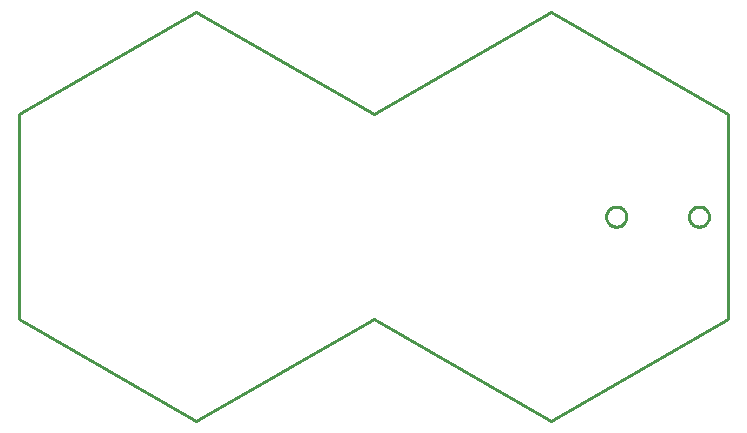
<source format=gbr>
G04 EAGLE Gerber RS-274X export*
G75*
%MOMM*%
%FSLAX34Y34*%
%LPD*%
%IN*%
%IPPOS*%
%AMOC8*
5,1,8,0,0,1.08239X$1,22.5*%
G01*
%ADD10C,0.254000*%


D10*
X-300813Y-86600D02*
X-150813Y-173200D01*
X-813Y-86600D01*
X149188Y-173200D01*
X299188Y-86600D01*
X299188Y86600D01*
X149188Y173200D01*
X-813Y86600D01*
X-150813Y173200D01*
X-300813Y86600D01*
X-300813Y-86600D01*
X266138Y371D02*
X266202Y1111D01*
X266331Y1842D01*
X266523Y2558D01*
X266777Y3256D01*
X267091Y3929D01*
X267462Y4571D01*
X267888Y5179D01*
X268365Y5748D01*
X268890Y6273D01*
X269458Y6750D01*
X270066Y7176D01*
X270709Y7547D01*
X271382Y7860D01*
X272079Y8114D01*
X272796Y8306D01*
X273527Y8435D01*
X274266Y8500D01*
X275009Y8500D01*
X275748Y8435D01*
X276479Y8306D01*
X277196Y8114D01*
X277893Y7860D01*
X278566Y7547D01*
X279209Y7176D01*
X279817Y6750D01*
X280386Y6273D01*
X280910Y5748D01*
X281387Y5179D01*
X281813Y4571D01*
X282184Y3929D01*
X282498Y3256D01*
X282752Y2558D01*
X282944Y1842D01*
X283073Y1111D01*
X283138Y371D01*
X283138Y-371D01*
X283073Y-1111D01*
X282944Y-1842D01*
X282752Y-2558D01*
X282498Y-3256D01*
X282184Y-3929D01*
X281813Y-4571D01*
X281387Y-5179D01*
X280910Y-5748D01*
X280386Y-6273D01*
X279817Y-6750D01*
X279209Y-7176D01*
X278566Y-7547D01*
X277893Y-7860D01*
X277196Y-8114D01*
X276479Y-8306D01*
X275748Y-8435D01*
X275009Y-8500D01*
X274266Y-8500D01*
X273527Y-8435D01*
X272796Y-8306D01*
X272079Y-8114D01*
X271382Y-7860D01*
X270709Y-7547D01*
X270066Y-7176D01*
X269458Y-6750D01*
X268890Y-6273D01*
X268365Y-5748D01*
X267888Y-5179D01*
X267462Y-4571D01*
X267091Y-3929D01*
X266777Y-3256D01*
X266523Y-2558D01*
X266331Y-1842D01*
X266202Y-1111D01*
X266138Y-371D01*
X266138Y371D01*
X196138Y371D02*
X196202Y1111D01*
X196331Y1842D01*
X196523Y2558D01*
X196777Y3256D01*
X197091Y3929D01*
X197462Y4571D01*
X197888Y5179D01*
X198365Y5748D01*
X198890Y6273D01*
X199458Y6750D01*
X200066Y7176D01*
X200709Y7547D01*
X201382Y7860D01*
X202079Y8114D01*
X202796Y8306D01*
X203527Y8435D01*
X204266Y8500D01*
X205009Y8500D01*
X205748Y8435D01*
X206479Y8306D01*
X207196Y8114D01*
X207893Y7860D01*
X208566Y7547D01*
X209209Y7176D01*
X209817Y6750D01*
X210386Y6273D01*
X210910Y5748D01*
X211387Y5179D01*
X211813Y4571D01*
X212184Y3929D01*
X212498Y3256D01*
X212752Y2558D01*
X212944Y1842D01*
X213073Y1111D01*
X213138Y371D01*
X213138Y-371D01*
X213073Y-1111D01*
X212944Y-1842D01*
X212752Y-2558D01*
X212498Y-3256D01*
X212184Y-3929D01*
X211813Y-4571D01*
X211387Y-5179D01*
X210910Y-5748D01*
X210386Y-6273D01*
X209817Y-6750D01*
X209209Y-7176D01*
X208566Y-7547D01*
X207893Y-7860D01*
X207196Y-8114D01*
X206479Y-8306D01*
X205748Y-8435D01*
X205009Y-8500D01*
X204266Y-8500D01*
X203527Y-8435D01*
X202796Y-8306D01*
X202079Y-8114D01*
X201382Y-7860D01*
X200709Y-7547D01*
X200066Y-7176D01*
X199458Y-6750D01*
X198890Y-6273D01*
X198365Y-5748D01*
X197888Y-5179D01*
X197462Y-4571D01*
X197091Y-3929D01*
X196777Y-3256D01*
X196523Y-2558D01*
X196331Y-1842D01*
X196202Y-1111D01*
X196138Y-371D01*
X196138Y371D01*
M02*

</source>
